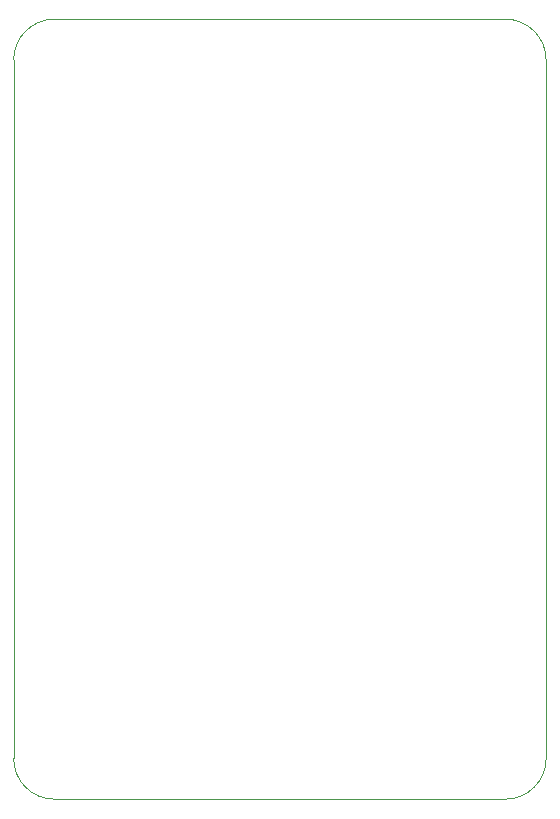
<source format=gbr>
%TF.GenerationSoftware,KiCad,Pcbnew,8.0.3*%
%TF.CreationDate,2024-06-19T16:29:22+09:00*%
%TF.ProjectId,USB_power,5553425f-706f-4776-9572-2e6b69636164,rev?*%
%TF.SameCoordinates,PX77e7cd0PY83695b8*%
%TF.FileFunction,Profile,NP*%
%FSLAX46Y46*%
G04 Gerber Fmt 4.6, Leading zero omitted, Abs format (unit mm)*
G04 Created by KiCad (PCBNEW 8.0.3) date 2024-06-19 16:29:22*
%MOMM*%
%LPD*%
G01*
G04 APERTURE LIST*
%TA.AperFunction,Profile*%
%ADD10C,0.050000*%
%TD*%
G04 APERTURE END LIST*
D10*
X3450000Y0D02*
G75*
G02*
X0Y3450000I0J3450000D01*
G01*
X0Y62590000D02*
G75*
G02*
X3450000Y66040000I3450000J0D01*
G01*
X45085000Y3450000D02*
G75*
G02*
X41635000Y0I-3450000J0D01*
G01*
X41635000Y66040000D02*
G75*
G02*
X45085000Y62590000I0J-3450000D01*
G01*
X0Y3450000D02*
X0Y62590000D01*
X41635000Y0D02*
X3450000Y0D01*
X3450000Y66040000D02*
X41635000Y66040000D01*
X45085000Y62590000D02*
X45085000Y3450000D01*
M02*

</source>
